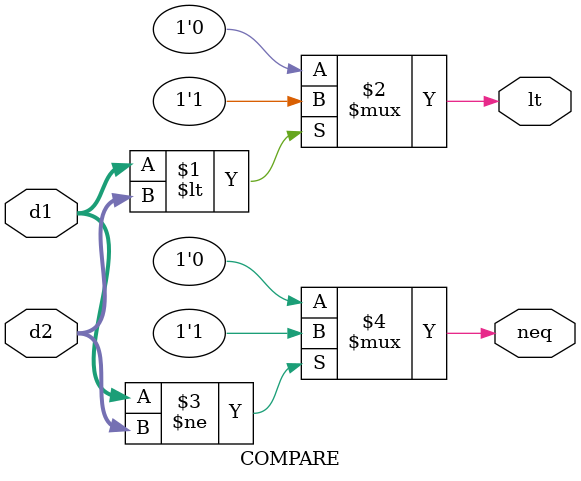
<source format=v>
`timescale 1ns / 1ps
module COMPARE (lt,neq,d1,d2);
	input [3:0] d1,d2;
	output lt,neq;
	
	assign lt = (d1<d2) ? 1'b1 : 1'b0;
	assign neq = (d1!=d2) ? 1'b1:1'b0;
	
endmodule

</source>
